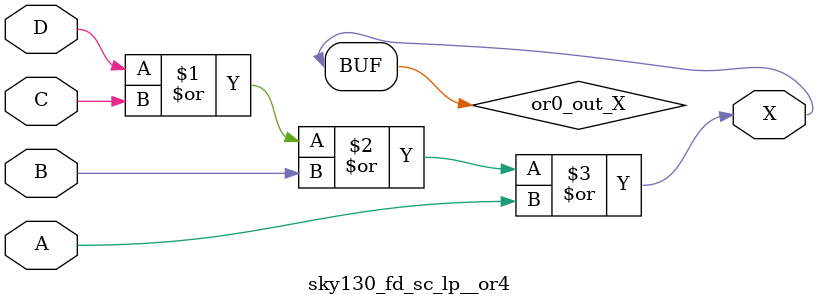
<source format=v>
/*
 * Copyright 2020 The SkyWater PDK Authors
 *
 * Licensed under the Apache License, Version 2.0 (the "License");
 * you may not use this file except in compliance with the License.
 * You may obtain a copy of the License at
 *
 *     https://www.apache.org/licenses/LICENSE-2.0
 *
 * Unless required by applicable law or agreed to in writing, software
 * distributed under the License is distributed on an "AS IS" BASIS,
 * WITHOUT WARRANTIES OR CONDITIONS OF ANY KIND, either express or implied.
 * See the License for the specific language governing permissions and
 * limitations under the License.
 *
 * SPDX-License-Identifier: Apache-2.0
*/


`ifndef SKY130_FD_SC_LP__OR4_FUNCTIONAL_V
`define SKY130_FD_SC_LP__OR4_FUNCTIONAL_V

/**
 * or4: 4-input OR.
 *
 * Verilog simulation functional model.
 */

`timescale 1ns / 1ps
`default_nettype none

`celldefine
module sky130_fd_sc_lp__or4 (
    X,
    A,
    B,
    C,
    D
);

    // Module ports
    output X;
    input  A;
    input  B;
    input  C;
    input  D;

    // Local signals
    wire or0_out_X;

    //  Name  Output     Other arguments
    or  or0  (or0_out_X, D, C, B, A     );
    buf buf0 (X        , or0_out_X      );

endmodule
`endcelldefine

`default_nettype wire
`endif  // SKY130_FD_SC_LP__OR4_FUNCTIONAL_V
</source>
